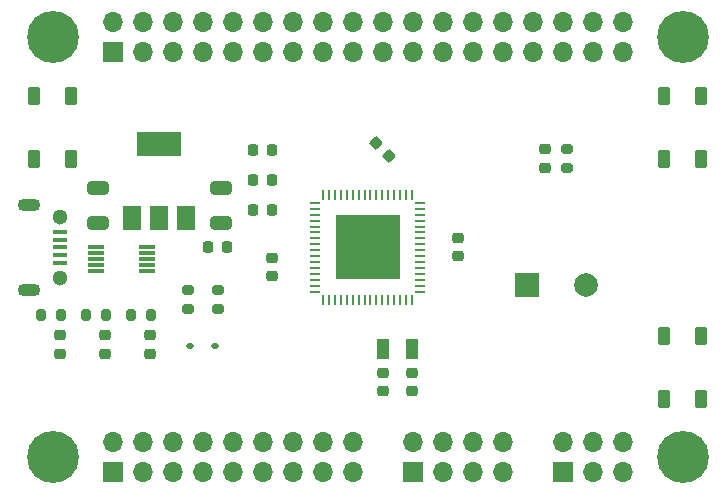
<source format=gbr>
%TF.GenerationSoftware,KiCad,Pcbnew,(7.0.0-rc1-156-g4c5a344629-dirty)*%
%TF.CreationDate,2023-03-04T11:45:47-08:00*%
%TF.ProjectId,powerpic-devboard,706f7765-7270-4696-932d-646576626f61,2.0*%
%TF.SameCoordinates,Original*%
%TF.FileFunction,Soldermask,Top*%
%TF.FilePolarity,Negative*%
%FSLAX46Y46*%
G04 Gerber Fmt 4.6, Leading zero omitted, Abs format (unit mm)*
G04 Created by KiCad (PCBNEW (7.0.0-rc1-156-g4c5a344629-dirty)) date 2023-03-04 11:45:47*
%MOMM*%
%LPD*%
G01*
G04 APERTURE LIST*
G04 Aperture macros list*
%AMRoundRect*
0 Rectangle with rounded corners*
0 $1 Rounding radius*
0 $2 $3 $4 $5 $6 $7 $8 $9 X,Y pos of 4 corners*
0 Add a 4 corners polygon primitive as box body*
4,1,4,$2,$3,$4,$5,$6,$7,$8,$9,$2,$3,0*
0 Add four circle primitives for the rounded corners*
1,1,$1+$1,$2,$3*
1,1,$1+$1,$4,$5*
1,1,$1+$1,$6,$7*
1,1,$1+$1,$8,$9*
0 Add four rect primitives between the rounded corners*
20,1,$1+$1,$2,$3,$4,$5,0*
20,1,$1+$1,$4,$5,$6,$7,0*
20,1,$1+$1,$6,$7,$8,$9,0*
20,1,$1+$1,$8,$9,$2,$3,0*%
G04 Aperture macros list end*
%ADD10R,1.700000X1.700000*%
%ADD11O,1.700000X1.700000*%
%ADD12R,1.500000X2.000000*%
%ADD13R,3.800000X2.000000*%
%ADD14RoundRect,0.225000X0.225000X0.250000X-0.225000X0.250000X-0.225000X-0.250000X0.225000X-0.250000X0*%
%ADD15RoundRect,0.112500X-0.187500X-0.112500X0.187500X-0.112500X0.187500X0.112500X-0.187500X0.112500X0*%
%ADD16RoundRect,0.200000X0.200000X0.275000X-0.200000X0.275000X-0.200000X-0.275000X0.200000X-0.275000X0*%
%ADD17RoundRect,0.218750X-0.256250X0.218750X-0.256250X-0.218750X0.256250X-0.218750X0.256250X0.218750X0*%
%ADD18C,0.700000*%
%ADD19C,4.400000*%
%ADD20RoundRect,0.062500X-0.350000X-0.062500X0.350000X-0.062500X0.350000X0.062500X-0.350000X0.062500X0*%
%ADD21RoundRect,0.062500X-0.062500X-0.350000X0.062500X-0.350000X0.062500X0.350000X-0.062500X0.350000X0*%
%ADD22R,5.400000X5.400000*%
%ADD23RoundRect,0.200000X-0.275000X0.200000X-0.275000X-0.200000X0.275000X-0.200000X0.275000X0.200000X0*%
%ADD24RoundRect,0.225000X-0.250000X0.225000X-0.250000X-0.225000X0.250000X-0.225000X0.250000X0.225000X0*%
%ADD25RoundRect,0.200000X0.300000X-0.600000X0.300000X0.600000X-0.300000X0.600000X-0.300000X-0.600000X0*%
%ADD26R,1.400000X0.300000*%
%ADD27R,1.000000X1.800000*%
%ADD28RoundRect,0.218750X0.256250X-0.218750X0.256250X0.218750X-0.256250X0.218750X-0.256250X-0.218750X0*%
%ADD29RoundRect,0.200000X0.275000X-0.200000X0.275000X0.200000X-0.275000X0.200000X-0.275000X-0.200000X0*%
%ADD30RoundRect,0.250000X0.650000X-0.325000X0.650000X0.325000X-0.650000X0.325000X-0.650000X-0.325000X0*%
%ADD31R,1.250000X0.400000*%
%ADD32C,1.300000*%
%ADD33O,1.900000X1.100000*%
%ADD34RoundRect,0.200000X-0.300000X0.600000X-0.300000X-0.600000X0.300000X-0.600000X0.300000X0.600000X0*%
%ADD35RoundRect,0.225000X0.250000X-0.225000X0.250000X0.225000X-0.250000X0.225000X-0.250000X-0.225000X0*%
%ADD36RoundRect,0.225000X0.335876X0.017678X0.017678X0.335876X-0.335876X-0.017678X-0.017678X-0.335876X0*%
%ADD37C,2.000000*%
%ADD38R,2.000000X2.000000*%
G04 APERTURE END LIST*
D10*
%TO.C,J4*%
X104884999Y-117874999D03*
D11*
X104884999Y-115334999D03*
X107424999Y-117874999D03*
X107424999Y-115334999D03*
X109964999Y-117874999D03*
X109964999Y-115334999D03*
%TD*%
D12*
%TO.C,U2*%
X73006999Y-96381999D03*
X70706999Y-96381999D03*
D13*
X70706999Y-90081999D03*
D12*
X68406999Y-96381999D03*
%TD*%
D10*
%TO.C,J2*%
X66779999Y-117874999D03*
D11*
X66779999Y-115334999D03*
X69319999Y-117874999D03*
X69319999Y-115334999D03*
X71859999Y-117874999D03*
X71859999Y-115334999D03*
X74399999Y-117874999D03*
X74399999Y-115334999D03*
X76939999Y-117874999D03*
X76939999Y-115334999D03*
X79479999Y-117874999D03*
X79479999Y-115334999D03*
X82019999Y-117874999D03*
X82019999Y-115334999D03*
X84559999Y-117874999D03*
X84559999Y-115334999D03*
X87099999Y-117874999D03*
X87099999Y-115334999D03*
%TD*%
D14*
%TO.C,C7*%
X80245000Y-93105000D03*
X78695000Y-93105000D03*
%TD*%
D10*
%TO.C,J1*%
X66784999Y-82314999D03*
D11*
X66784999Y-79774999D03*
X69324999Y-82314999D03*
X69324999Y-79774999D03*
X71864999Y-82314999D03*
X71864999Y-79774999D03*
X74404999Y-82314999D03*
X74404999Y-79774999D03*
X76944999Y-82314999D03*
X76944999Y-79774999D03*
X79484999Y-82314999D03*
X79484999Y-79774999D03*
X82024999Y-82314999D03*
X82024999Y-79774999D03*
X84564999Y-82314999D03*
X84564999Y-79774999D03*
X87104999Y-82314999D03*
X87104999Y-79774999D03*
X89644999Y-82314999D03*
X89644999Y-79774999D03*
X92184999Y-82314999D03*
X92184999Y-79774999D03*
X94724999Y-82314999D03*
X94724999Y-79774999D03*
X97264999Y-82314999D03*
X97264999Y-79774999D03*
X99804999Y-82314999D03*
X99804999Y-79774999D03*
X102344999Y-82314999D03*
X102344999Y-79774999D03*
X104884999Y-82314999D03*
X104884999Y-79774999D03*
X107424999Y-82314999D03*
X107424999Y-79774999D03*
X109964999Y-82314999D03*
X109964999Y-79774999D03*
%TD*%
D15*
%TO.C,D1*%
X73340000Y-107202000D03*
X75440000Y-107202000D03*
%TD*%
D16*
%TO.C,R6*%
X62388000Y-104535000D03*
X60738000Y-104535000D03*
%TD*%
D17*
%TO.C,LED4*%
X62325000Y-106287500D03*
X62325000Y-107862500D03*
%TD*%
D14*
%TO.C,C11*%
X76435000Y-98820000D03*
X74885000Y-98820000D03*
%TD*%
D18*
%TO.C,H4*%
X116196726Y-117766726D03*
X115030000Y-114950000D03*
X113863274Y-115433274D03*
X113380000Y-116600000D03*
X116196726Y-115433274D03*
X113863274Y-117766726D03*
X115030000Y-118250000D03*
D19*
X115030000Y-116600000D03*
D18*
X116680000Y-116600000D03*
%TD*%
%TO.C,H3*%
X62856726Y-117766726D03*
X61690000Y-114950000D03*
X60523274Y-115433274D03*
X60040000Y-116600000D03*
X62856726Y-115433274D03*
X60523274Y-117766726D03*
X61690000Y-118250000D03*
D19*
X61690000Y-116600000D03*
D18*
X63340000Y-116600000D03*
%TD*%
%TO.C,H2*%
X116196726Y-82206726D03*
X115030000Y-79390000D03*
X113863274Y-79873274D03*
X113380000Y-81040000D03*
X116196726Y-79873274D03*
X113863274Y-82206726D03*
X115030000Y-82690000D03*
D19*
X115030000Y-81040000D03*
D18*
X116680000Y-81040000D03*
%TD*%
%TO.C,H1*%
X62856726Y-82206726D03*
X61690000Y-79390000D03*
X60523274Y-79873274D03*
X60040000Y-81040000D03*
X62856726Y-79873274D03*
X60523274Y-82206726D03*
X61690000Y-82690000D03*
D19*
X61690000Y-81040000D03*
D18*
X63340000Y-81040000D03*
%TD*%
D20*
%TO.C,U1*%
X83922500Y-95070000D03*
X83922500Y-95570000D03*
X83922500Y-96070000D03*
X83922500Y-96570000D03*
X83922500Y-97070000D03*
X83922500Y-97570000D03*
X83922500Y-98070000D03*
X83922500Y-98570000D03*
X83922500Y-99070000D03*
X83922500Y-99570000D03*
X83922500Y-100070000D03*
X83922500Y-100570000D03*
X83922500Y-101070000D03*
X83922500Y-101570000D03*
X83922500Y-102070000D03*
X83922500Y-102570000D03*
D21*
X84610000Y-103257500D03*
X85110000Y-103257500D03*
X85610000Y-103257500D03*
X86110000Y-103257500D03*
X86610000Y-103257500D03*
X87110000Y-103257500D03*
X87610000Y-103257500D03*
X88110000Y-103257500D03*
X88610000Y-103257500D03*
X89110000Y-103257500D03*
X89610000Y-103257500D03*
X90110000Y-103257500D03*
X90610000Y-103257500D03*
X91110000Y-103257500D03*
X91610000Y-103257500D03*
X92110000Y-103257500D03*
D20*
X92797500Y-102570000D03*
X92797500Y-102070000D03*
X92797500Y-101570000D03*
X92797500Y-101070000D03*
X92797500Y-100570000D03*
X92797500Y-100070000D03*
X92797500Y-99570000D03*
X92797500Y-99070000D03*
X92797500Y-98570000D03*
X92797500Y-98070000D03*
X92797500Y-97570000D03*
X92797500Y-97070000D03*
X92797500Y-96570000D03*
X92797500Y-96070000D03*
X92797500Y-95570000D03*
X92797500Y-95070000D03*
D21*
X92110000Y-94382500D03*
X91610000Y-94382500D03*
X91110000Y-94382500D03*
X90610000Y-94382500D03*
X90110000Y-94382500D03*
X89610000Y-94382500D03*
X89110000Y-94382500D03*
X88610000Y-94382500D03*
X88110000Y-94382500D03*
X87610000Y-94382500D03*
X87110000Y-94382500D03*
X86610000Y-94382500D03*
X86110000Y-94382500D03*
X85610000Y-94382500D03*
X85110000Y-94382500D03*
X84610000Y-94382500D03*
D22*
X88359999Y-98819999D03*
%TD*%
D16*
%TO.C,R1*%
X68358000Y-104535000D03*
X70008000Y-104535000D03*
%TD*%
%TO.C,R2*%
X66198000Y-104535000D03*
X64548000Y-104535000D03*
%TD*%
D17*
%TO.C,LED1*%
X69945000Y-107862500D03*
X69945000Y-106287500D03*
%TD*%
%TO.C,LED2*%
X66135000Y-106287500D03*
X66135000Y-107862500D03*
%TD*%
D23*
%TO.C,R4*%
X73120000Y-104090000D03*
X73120000Y-102440000D03*
%TD*%
D24*
%TO.C,C4*%
X89630000Y-109475000D03*
X89630000Y-111025000D03*
%TD*%
D25*
%TO.C,SW1*%
X60090000Y-91310000D03*
X60090000Y-86010000D03*
X63290000Y-91310000D03*
X63290000Y-86010000D03*
%TD*%
D14*
%TO.C,C6*%
X80245000Y-95645000D03*
X78695000Y-95645000D03*
%TD*%
D26*
%TO.C,U3*%
X65331999Y-98819999D03*
X65331999Y-99319999D03*
X65331999Y-99819999D03*
X65331999Y-100319999D03*
X65331999Y-100819999D03*
X69731999Y-100819999D03*
X69731999Y-100319999D03*
X69731999Y-99819999D03*
X69731999Y-99319999D03*
X69731999Y-98819999D03*
%TD*%
D27*
%TO.C,Y1*%
X89649999Y-107455999D03*
X92149999Y-107455999D03*
%TD*%
D25*
%TO.C,SW3*%
X113430000Y-111630000D03*
X113430000Y-106330000D03*
X116630000Y-111630000D03*
X116630000Y-106330000D03*
%TD*%
D28*
%TO.C,LED3*%
X103371400Y-90539500D03*
X103371400Y-92114500D03*
%TD*%
D29*
%TO.C,R3*%
X105276400Y-90502000D03*
X105276400Y-92152000D03*
%TD*%
D30*
%TO.C,C9*%
X65500000Y-93838000D03*
X65500000Y-96788000D03*
%TD*%
D24*
%TO.C,C3*%
X92140000Y-109475000D03*
X92140000Y-111025000D03*
%TD*%
D31*
%TO.C,J5*%
X62282999Y-97519999D03*
X62282999Y-98169999D03*
X62282999Y-98819999D03*
X62282999Y-99469999D03*
X62282999Y-100119999D03*
D32*
X62308000Y-101420000D03*
X62308000Y-96220000D03*
D33*
X59657999Y-102419999D03*
X59657999Y-95219999D03*
%TD*%
D34*
%TO.C,SW2*%
X116630000Y-86010000D03*
X116630000Y-91310000D03*
X113430000Y-86010000D03*
X113430000Y-91310000D03*
%TD*%
D35*
%TO.C,C1*%
X80232000Y-101246000D03*
X80232000Y-99696000D03*
%TD*%
D36*
%TO.C,C5*%
X89081992Y-90016992D03*
X90178008Y-91113008D03*
%TD*%
D37*
%TO.C,BZ1*%
X106862000Y-101995000D03*
D38*
X101861999Y-101994999D03*
%TD*%
D14*
%TO.C,C8*%
X80245000Y-90565000D03*
X78695000Y-90565000D03*
%TD*%
D35*
%TO.C,C2*%
X95980000Y-99595000D03*
X95980000Y-98045000D03*
%TD*%
D11*
%TO.C,J3*%
X99799999Y-115334999D03*
X99799999Y-117874999D03*
X97259999Y-115334999D03*
X97259999Y-117874999D03*
X94719999Y-115334999D03*
X94719999Y-117874999D03*
X92179999Y-115334999D03*
D10*
X92179999Y-117874999D03*
%TD*%
D30*
%TO.C,C10*%
X75914000Y-93838000D03*
X75914000Y-96788000D03*
%TD*%
D23*
%TO.C,R5*%
X75660000Y-104090000D03*
X75660000Y-102440000D03*
%TD*%
M02*

</source>
